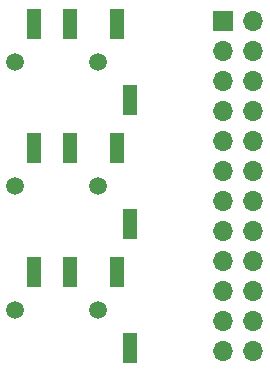
<source format=gbr>
%TF.GenerationSoftware,KiCad,Pcbnew,8.0.3-8.0.3-0~ubuntu23.10.1*%
%TF.CreationDate,2024-08-04T16:00:46-04:00*%
%TF.ProjectId,BandPassFilter,42616e64-5061-4737-9346-696c7465722e,rev?*%
%TF.SameCoordinates,Original*%
%TF.FileFunction,Soldermask,Top*%
%TF.FilePolarity,Negative*%
%FSLAX46Y46*%
G04 Gerber Fmt 4.6, Leading zero omitted, Abs format (unit mm)*
G04 Created by KiCad (PCBNEW 8.0.3-8.0.3-0~ubuntu23.10.1) date 2024-08-04 16:00:46*
%MOMM*%
%LPD*%
G01*
G04 APERTURE LIST*
%ADD10C,1.500000*%
%ADD11R,1.200000X2.500000*%
%ADD12R,1.700000X1.700000*%
%ADD13O,1.700000X1.700000*%
G04 APERTURE END LIST*
D10*
%TO.C,J4*%
X125225000Y-150500000D03*
X132225000Y-150500000D03*
D11*
X129825000Y-147250000D03*
X126825000Y-147250000D03*
X134925000Y-153750000D03*
X133825000Y-147250000D03*
%TD*%
D10*
%TO.C,J2*%
X125225000Y-129500000D03*
X132225000Y-129500000D03*
D11*
X129825000Y-126250000D03*
X126825000Y-126250000D03*
X134925000Y-132750000D03*
X133825000Y-126250000D03*
%TD*%
%TO.C,J3*%
X133825000Y-136750000D03*
X134925000Y-143250000D03*
X126825000Y-136750000D03*
X129825000Y-136750000D03*
D10*
X132225000Y-140000000D03*
X125225000Y-140000000D03*
%TD*%
D12*
%TO.C,J1*%
X142850000Y-126025000D03*
D13*
X145390000Y-126025000D03*
X142850000Y-128565000D03*
X145390000Y-128565000D03*
X142850000Y-131105000D03*
X145390000Y-131105000D03*
X142850000Y-133645000D03*
X145390000Y-133645000D03*
X142850000Y-136185000D03*
X145390000Y-136185000D03*
X142850000Y-138725000D03*
X145390000Y-138725000D03*
X142850000Y-141265000D03*
X145390000Y-141265000D03*
X142850000Y-143805000D03*
X145390000Y-143805000D03*
X142850000Y-146345000D03*
X145390000Y-146345000D03*
X142850000Y-148885000D03*
X145390000Y-148885000D03*
X142850000Y-151425000D03*
X145390000Y-151425000D03*
X142850000Y-153965000D03*
X145390000Y-153965000D03*
%TD*%
M02*

</source>
